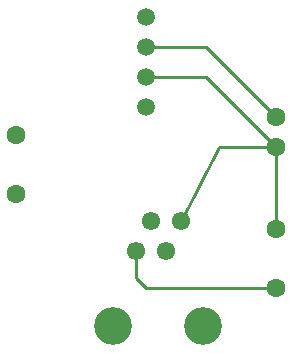
<source format=gbr>
%TF.GenerationSoftware,KiCad,Pcbnew,4.0.7-e2-6376~58~ubuntu16.04.1*%
%TF.CreationDate,2017-12-30T21:22:03+10:00*%
%TF.ProjectId,CurrentSensor,43757272656E7453656E736F722E6B69,rev?*%
%TF.FileFunction,Copper,L2,Bot,Signal*%
%FSLAX46Y46*%
G04 Gerber Fmt 4.6, Leading zero omitted, Abs format (unit mm)*
G04 Created by KiCad (PCBNEW 4.0.7-e2-6376~58~ubuntu16.04.1) date Sat Dec 30 21:22:03 2017*
%MOMM*%
%LPD*%
G01*
G04 APERTURE LIST*
%ADD10C,0.100000*%
%ADD11C,1.600000*%
%ADD12C,1.550000*%
%ADD13C,3.200000*%
%ADD14C,1.500000*%
%ADD15C,0.250000*%
G04 APERTURE END LIST*
D10*
D11*
X158000000Y-94000000D03*
X158000000Y-89000000D03*
X136000000Y-81000000D03*
X136000000Y-86000000D03*
X158000000Y-82000000D03*
X158000000Y-79500000D03*
D12*
X146095000Y-90800000D03*
X147365000Y-88260000D03*
X148635000Y-90800000D03*
X149905000Y-88260000D03*
D13*
X144190000Y-97150000D03*
X151810000Y-97150000D03*
D14*
X147000000Y-71000000D03*
X147000000Y-73540000D03*
X147000000Y-76080000D03*
X147000000Y-78620000D03*
D15*
X146095000Y-90800000D02*
X146095000Y-93095000D01*
X147000000Y-94000000D02*
X158000000Y-94000000D01*
X146095000Y-93095000D02*
X147000000Y-94000000D01*
X158000000Y-82000000D02*
X158000000Y-89000000D01*
X158000000Y-82000000D02*
X153165000Y-82000000D01*
X153165000Y-82000000D02*
X149905000Y-88260000D01*
X147000000Y-76080000D02*
X152080000Y-76080000D01*
X152080000Y-76080000D02*
X158000000Y-82000000D01*
X147000000Y-73540000D02*
X152040000Y-73540000D01*
X152040000Y-73540000D02*
X158000000Y-79500000D01*
M02*

</source>
